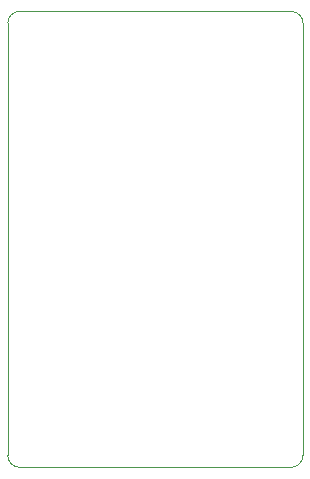
<source format=gm1>
G04 #@! TF.GenerationSoftware,KiCad,Pcbnew,(5.1.10-1-10_14)*
G04 #@! TF.CreationDate,2021-12-01T23:11:49+09:00*
G04 #@! TF.ProjectId,DIP-ESP32,4449502d-4553-4503-9332-2e6b69636164,V1.0*
G04 #@! TF.SameCoordinates,Original*
G04 #@! TF.FileFunction,Profile,NP*
%FSLAX46Y46*%
G04 Gerber Fmt 4.6, Leading zero omitted, Abs format (unit mm)*
G04 Created by KiCad (PCBNEW (5.1.10-1-10_14)) date 2021-12-01 23:11:49*
%MOMM*%
%LPD*%
G01*
G04 APERTURE LIST*
G04 #@! TA.AperFunction,Profile*
%ADD10C,0.050000*%
G04 #@! TD*
G04 APERTURE END LIST*
D10*
X-11500000Y-38300000D02*
G75*
G02*
X-12500000Y-37300000I0J1000000D01*
G01*
X-12500000Y-700000D02*
G75*
G02*
X-11500000Y300000I1000000J0D01*
G01*
X11500000Y300000D02*
G75*
G02*
X12500000Y-700000I0J-1000000D01*
G01*
X12500000Y-37300000D02*
G75*
G02*
X11500000Y-38300000I-1000000J0D01*
G01*
X-11500000Y300000D02*
X11500000Y300000D01*
X-12500000Y-37300000D02*
X-12500000Y-700000D01*
X11500000Y-38300000D02*
X-11500000Y-38300000D01*
X12500000Y-700000D02*
X12500000Y-37300000D01*
M02*

</source>
